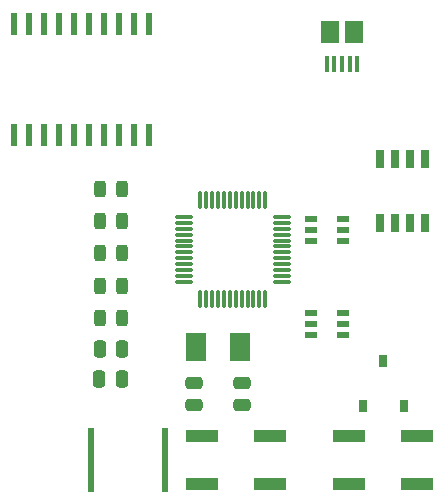
<source format=gbr>
%TF.GenerationSoftware,KiCad,Pcbnew,7.0.2*%
%TF.CreationDate,2023-09-23T11:43:56-05:00*%
%TF.ProjectId,BPS-PeripheralSOM,4250532d-5065-4726-9970-686572616c53,rev?*%
%TF.SameCoordinates,Original*%
%TF.FileFunction,Paste,Top*%
%TF.FilePolarity,Positive*%
%FSLAX46Y46*%
G04 Gerber Fmt 4.6, Leading zero omitted, Abs format (unit mm)*
G04 Created by KiCad (PCBNEW 7.0.2) date 2023-09-23 11:43:56*
%MOMM*%
%LPD*%
G01*
G04 APERTURE LIST*
G04 Aperture macros list*
%AMRoundRect*
0 Rectangle with rounded corners*
0 $1 Rounding radius*
0 $2 $3 $4 $5 $6 $7 $8 $9 X,Y pos of 4 corners*
0 Add a 4 corners polygon primitive as box body*
4,1,4,$2,$3,$4,$5,$6,$7,$8,$9,$2,$3,0*
0 Add four circle primitives for the rounded corners*
1,1,$1+$1,$2,$3*
1,1,$1+$1,$4,$5*
1,1,$1+$1,$6,$7*
1,1,$1+$1,$8,$9*
0 Add four rect primitives between the rounded corners*
20,1,$1+$1,$2,$3,$4,$5,0*
20,1,$1+$1,$4,$5,$6,$7,0*
20,1,$1+$1,$6,$7,$8,$9,0*
20,1,$1+$1,$8,$9,$2,$3,0*%
G04 Aperture macros list end*
%ADD10R,2.750000X1.000000*%
%ADD11RoundRect,0.250000X-0.475000X0.250000X-0.475000X-0.250000X0.475000X-0.250000X0.475000X0.250000X0*%
%ADD12R,0.650000X1.528000*%
%ADD13R,1.700000X2.400000*%
%ADD14RoundRect,0.243750X-0.243750X-0.456250X0.243750X-0.456250X0.243750X0.456250X-0.243750X0.456250X0*%
%ADD15RoundRect,0.075000X0.075000X-0.662500X0.075000X0.662500X-0.075000X0.662500X-0.075000X-0.662500X0*%
%ADD16RoundRect,0.075000X0.662500X-0.075000X0.662500X0.075000X-0.662500X0.075000X-0.662500X-0.075000X0*%
%ADD17R,0.600000X1.950000*%
%ADD18R,0.762000X1.117600*%
%ADD19RoundRect,0.250000X-0.250000X-0.475000X0.250000X-0.475000X0.250000X0.475000X-0.250000X0.475000X0*%
%ADD20R,0.400000X1.350000*%
%ADD21R,1.500000X1.900000*%
%ADD22R,0.558800X5.410200*%
%ADD23R,1.003300X0.558800*%
G04 APERTURE END LIST*
D10*
%TO.C,SW5*%
X137375000Y-80500000D03*
X131625000Y-80500000D03*
X137375000Y-76500000D03*
X131625000Y-76500000D03*
%TD*%
D11*
%TO.C,C22*%
X122500000Y-71950000D03*
X122500000Y-73850000D03*
%TD*%
D12*
%TO.C,IC1*%
X134190000Y-58422000D03*
X135460000Y-58422000D03*
X136730000Y-58422000D03*
X138000000Y-58422000D03*
X138000000Y-53000000D03*
X136730000Y-53000000D03*
X135460000Y-53000000D03*
X134190000Y-53000000D03*
%TD*%
D13*
%TO.C,Y1*%
X118650000Y-68900000D03*
X122350000Y-68900000D03*
%TD*%
D14*
%TO.C,D14*%
X110500000Y-58269450D03*
X112375000Y-58269450D03*
%TD*%
D15*
%TO.C,U1*%
X119000000Y-64825000D03*
X119500000Y-64825000D03*
X120000000Y-64825000D03*
X120500000Y-64825000D03*
X121000000Y-64825000D03*
X121500000Y-64825000D03*
X122000000Y-64825000D03*
X122500000Y-64825000D03*
X123000000Y-64825000D03*
X123500000Y-64825000D03*
X124000000Y-64825000D03*
X124500000Y-64825000D03*
D16*
X125912500Y-63412500D03*
X125912500Y-62912500D03*
X125912500Y-62412500D03*
X125912500Y-61912500D03*
X125912500Y-61412500D03*
X125912500Y-60912500D03*
X125912500Y-60412500D03*
X125912500Y-59912500D03*
X125912500Y-59412500D03*
X125912500Y-58912500D03*
X125912500Y-58412500D03*
X125912500Y-57912500D03*
D15*
X124500000Y-56500000D03*
X124000000Y-56500000D03*
X123500000Y-56500000D03*
X123000000Y-56500000D03*
X122500000Y-56500000D03*
X122000000Y-56500000D03*
X121500000Y-56500000D03*
X121000000Y-56500000D03*
X120500000Y-56500000D03*
X120000000Y-56500000D03*
X119500000Y-56500000D03*
X119000000Y-56500000D03*
D16*
X117587500Y-57912500D03*
X117587500Y-58412500D03*
X117587500Y-58912500D03*
X117587500Y-59412500D03*
X117587500Y-59912500D03*
X117587500Y-60412500D03*
X117587500Y-60912500D03*
X117587500Y-61412500D03*
X117587500Y-61912500D03*
X117587500Y-62412500D03*
X117587500Y-62912500D03*
X117587500Y-63412500D03*
%TD*%
D10*
%TO.C,SW1*%
X119125000Y-76500000D03*
X124875000Y-76500000D03*
X119125000Y-80500000D03*
X124875000Y-80500000D03*
%TD*%
D17*
%TO.C,U7*%
X103235000Y-50962500D03*
X104505000Y-50962500D03*
X105775000Y-50962500D03*
X107045000Y-50962500D03*
X108315000Y-50962500D03*
X109585000Y-50962500D03*
X110855000Y-50962500D03*
X112125000Y-50962500D03*
X113395000Y-50962500D03*
X114665000Y-50962500D03*
X114665000Y-41562500D03*
X113395000Y-41562500D03*
X112125000Y-41562500D03*
X110855000Y-41562500D03*
X109585000Y-41562500D03*
X108315000Y-41562500D03*
X107045000Y-41562500D03*
X105775000Y-41562500D03*
X104505000Y-41562500D03*
X103235000Y-41562500D03*
%TD*%
D18*
%TO.C,SW2*%
X132749998Y-73892300D03*
X134500000Y-70107700D03*
X136250002Y-73892300D03*
%TD*%
D19*
%TO.C,C3*%
X110450000Y-71600000D03*
X112350000Y-71600000D03*
%TD*%
D14*
%TO.C,D12*%
X110500000Y-63730550D03*
X112375000Y-63730550D03*
%TD*%
D11*
%TO.C,C21*%
X118500000Y-71950000D03*
X118500000Y-73850000D03*
%TD*%
D14*
%TO.C,D2*%
X110500000Y-66500000D03*
X112375000Y-66500000D03*
%TD*%
D20*
%TO.C,J3*%
X132300000Y-44962500D03*
X131650000Y-44962500D03*
X131000000Y-44962500D03*
X130350000Y-44962500D03*
X129700000Y-44962500D03*
D21*
X132000000Y-42262500D03*
X130000000Y-42262500D03*
%TD*%
D14*
%TO.C,D4*%
X110500000Y-55538900D03*
X112375000Y-55538900D03*
%TD*%
D22*
%TO.C,C1*%
X116000000Y-78500000D03*
X109751600Y-78500000D03*
%TD*%
D23*
%TO.C,CR2*%
X128400000Y-66049999D03*
X128400000Y-67000000D03*
X128400000Y-67950001D03*
X131105100Y-67950001D03*
X131105100Y-67000000D03*
X131105100Y-66049999D03*
%TD*%
%TO.C,CR1*%
X128400000Y-58049999D03*
X128400000Y-59000000D03*
X128400000Y-59950001D03*
X131105100Y-59950001D03*
X131105100Y-59000000D03*
X131105100Y-58049999D03*
%TD*%
D14*
%TO.C,D13*%
X110500000Y-61000000D03*
X112375000Y-61000000D03*
%TD*%
D19*
%TO.C,C2*%
X110500000Y-69100000D03*
X112400000Y-69100000D03*
%TD*%
M02*

</source>
